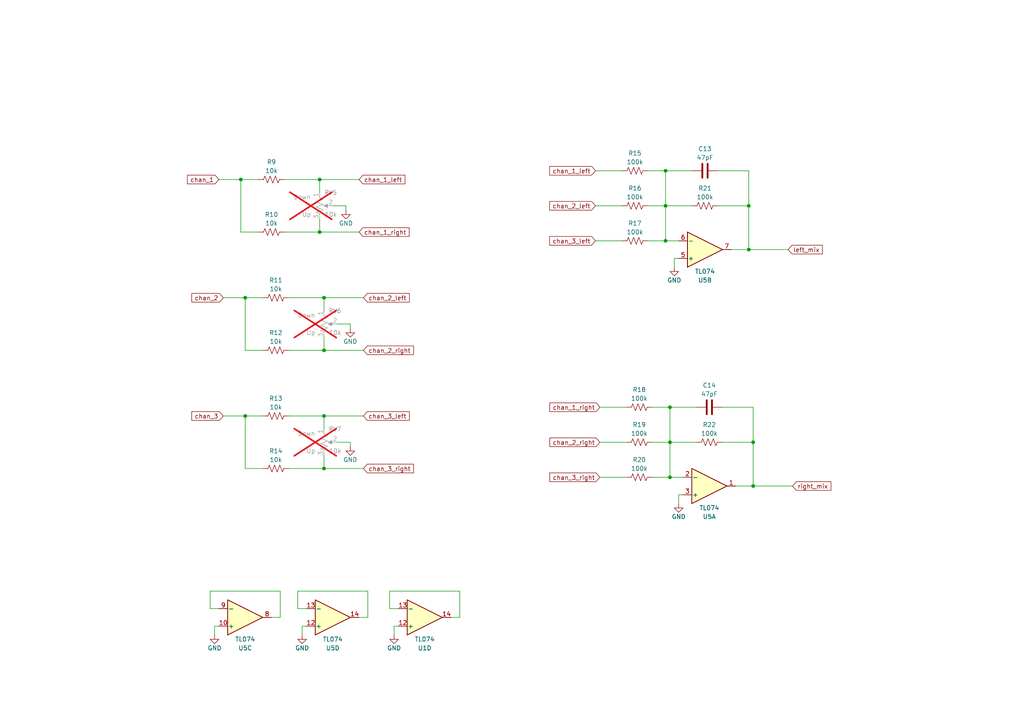
<source format=kicad_sch>
(kicad_sch (version 20231120) (generator "eeschema") (generator_version "8.0")
  (paper "A4")
  (title_block (title "Eurorack Output Mixer Module") (rev "0") (company "SVG Synthesis"))
  (lib_symbols
    (symbol "power:GND" (power) (pin_names (offset 0))
      (property "Value" "GND" (at 0 -3.81 0))
      (symbol "GND_0_1"
        (polyline (pts (xy 0 0) (xy 0 -1.27) (xy 1.27 -1.27) (xy 0 -2.54) (xy -1.27 -1.27) (xy 0 -1.27)))
      )
      (symbol "GND_1_1"
        (pin power_in line (at 0 0 270) (length 0) hide (name "GND") (number "1"))
      )
    )
    (symbol "synthesis:ALPHAPOT_10K" (pin_names (offset 1.016) hide)
      (property "Reference" "RV" (at 2.54 3.81 0))
      (property "Value" "10k" (at 2.54 -2.54 0))
      (symbol "ALPHAPOT_10K_0_1"
        (polyline (pts (xy 0 -2.286) (xy 0 -2.54)))
        (polyline (pts (xy 0 2.54) (xy 0 2.286)))
        (polyline (pts (xy 2.54 0) (xy 1.524 0)))
        (polyline (pts (xy 1.143 0) (xy 2.286 0.508) (xy 2.286 -0.508) (xy 1.143 0)) (fill (type outline)))
        (polyline (pts (xy 0 -0.762) (xy 1.016 -1.143) (xy 0 -1.524) (xy -1.016 -1.905) (xy 0 -2.286)))
        (polyline (pts (xy 0 0.762) (xy 1.016 0.381) (xy 0 0) (xy -1.016 -0.381) (xy 0 -0.762)))
        (polyline (pts (xy 0 2.286) (xy 1.016 1.905) (xy 0 1.524) (xy -1.016 1.143) (xy 0 0.762)))
      )
      (symbol "ALPHAPOT_10K_1_1"
        (text "Down" (at -5.08 2.54 0) (effects (font (size 1.27 1.27))))
        (text "Up" (at -3.81 -2.54 0) (effects (font (size 1.27 1.27))))
        (pin passive line (at 0 3.81 270) (length 1.27) (name "1") (number "1"))
        (pin passive line (at 3.81 0 180) (length 1.27) (name "2") (number "2"))
        (pin passive line (at 0 -3.81 90) (length 1.27) (name "3") (number "3"))
      )
    )
    (symbol "synthesis:CAP_47PF_0603_COG" (pin_numbers hide) (pin_names (offset 0.254))
      (property "Reference" "C" (at 0.635 2.54 0))
      (property "Value" "47pF" (at 0.635 -2.54 0))
      (symbol "CAP_47PF_0603_COG_0_1"
        (polyline (pts (xy -2.032 -0.762) (xy 2.032 -0.762)) (stroke (width 0.508)))
        (polyline (pts (xy -2.032 0.762) (xy 2.032 0.762)) (stroke (width 0.508)))
      )
      (symbol "CAP_47PF_0603_COG_1_1"
        (pin passive line (at 0 3.81 270) (length 2.794) (name "~") (number "1"))
        (pin passive line (at 0 -3.81 90) (length 2.794) (name "~") (number "2"))
      )
    )
    (symbol "synthesis:RES_100k_0603" (pin_numbers hide) (pin_names (offset 0))
      (property "Reference" "R" (at 2.54 0 90))
      (property "Value" "100k" (at -2.54 0 90))
      (symbol "RES_100k_0603_0_1"
        (polyline (pts (xy 0 -2.286) (xy 0 -2.54)))
        (polyline (pts (xy 0 2.286) (xy 0 2.54)))
        (polyline (pts (xy 0 -0.762) (xy 1.016 -1.143) (xy 0 -1.524) (xy -1.016 -1.905) (xy 0 -2.286)))
        (polyline (pts (xy 0 0.762) (xy 1.016 0.381) (xy 0 0) (xy -1.016 -0.381) (xy 0 -0.762)))
        (polyline (pts (xy 0 2.286) (xy 1.016 1.905) (xy 0 1.524) (xy -1.016 1.143) (xy 0 0.762)))
      )
      (symbol "RES_100k_0603_1_1"
        (pin passive line (at 0 3.81 270) (length 1.27) (name "~") (number "1"))
        (pin passive line (at 0 -3.81 90) (length 1.27) (name "~") (number "2"))
      )
    )
    (symbol "synthesis:RES_10K_0603" (pin_numbers hide) (pin_names (offset 0))
      (property "Reference" "R" (at 2.54 0 90))
      (property "Value" "10k" (at -2.54 0 90))
      (symbol "RES_10K_0603_0_1"
        (polyline (pts (xy 0 -2.286) (xy 0 -2.54)))
        (polyline (pts (xy 0 2.286) (xy 0 2.54)))
        (polyline (pts (xy 0 -0.762) (xy 1.016 -1.143) (xy 0 -1.524) (xy -1.016 -1.905) (xy 0 -2.286)))
        (polyline (pts (xy 0 0.762) (xy 1.016 0.381) (xy 0 0) (xy -1.016 -0.381) (xy 0 -0.762)))
        (polyline (pts (xy 0 2.286) (xy 1.016 1.905) (xy 0 1.524) (xy -1.016 1.143) (xy 0 0.762)))
      )
      (symbol "RES_10K_0603_1_1"
        (pin passive line (at 0 3.81 270) (length 1.27) (name "~") (number "1"))
        (pin passive line (at 0 -3.81 90) (length 1.27) (name "~") (number "2"))
      )
    )
    (symbol "synthesis:TL074" (pin_names (offset 0.127))
      (property "Reference" "U" (at 0 5.08 0))
      (property "Value" "TL074" (at 0 -5.08 0))
      (symbol "TL074_1_1"
        (polyline (pts (xy -5.08 5.08) (xy 5.08 0) (xy -5.08 -5.08) (xy -5.08 5.08)) (stroke (width 0.254)) (fill (type background)))
        (pin output line (at 7.62 0 180) (length 2.54) (name "~") (number "1"))
        (pin input line (at -7.62 -2.54 0) (length 2.54) (name "-") (number "2"))
        (pin input line (at -7.62 2.54 0) (length 2.54) (name "+") (number "3"))
      )
      (symbol "TL074_2_1"
        (polyline (pts (xy -5.08 5.08) (xy 5.08 0) (xy -5.08 -5.08) (xy -5.08 5.08)) (stroke (width 0.254)) (fill (type background)))
        (pin input line (at -7.62 2.54 0) (length 2.54) (name "+") (number "5"))
        (pin input line (at -7.62 -2.54 0) (length 2.54) (name "-") (number "6"))
        (pin output line (at 7.62 0 180) (length 2.54) (name "~") (number "7"))
      )
      (symbol "TL074_3_1"
        (polyline (pts (xy -5.08 5.08) (xy 5.08 0) (xy -5.08 -5.08) (xy -5.08 5.08)) (stroke (width 0.254)) (fill (type background)))
        (pin input line (at -7.62 2.54 0) (length 2.54) (name "+") (number "10"))
        (pin output line (at 7.62 0 180) (length 2.54) (name "~") (number "8"))
        (pin input line (at -7.62 -2.54 0) (length 2.54) (name "-") (number "9"))
      )
      (symbol "TL074_4_1"
        (polyline (pts (xy -5.08 5.08) (xy 5.08 0) (xy -5.08 -5.08) (xy -5.08 5.08)) (stroke (width 0.254)) (fill (type background)))
        (pin input line (at -7.62 2.54 0) (length 2.54) (name "+") (number "12"))
        (pin input line (at -7.62 -2.54 0) (length 2.54) (name "-") (number "13"))
        (pin output line (at 7.62 0 180) (length 2.54) (name "~") (number "14"))
      )
      (symbol "TL074_5_1"
        (pin power_in line (at -2.54 -7.62 90) (length 3.81) (name "V-") (number "11"))
        (pin power_in line (at -2.54 7.62 270) (length 3.81) (name "V+") (number "4"))
      )
    )
  )
  (junction (at 193.04 49.53))
  (junction (at 71.12 120.65))
  (junction (at 69.85 52.07))
  (junction (at 93.98 86.36))
  (junction (at 218.44 140.97))
  (junction (at 193.04 59.69))
  (junction (at 194.31 128.27))
  (junction (at 71.12 86.36))
  (junction (at 93.98 135.89))
  (junction (at 93.98 101.6))
  (junction (at 93.98 120.65))
  (junction (at 217.17 72.39))
  (junction (at 218.44 128.27))
  (junction (at 194.31 118.11))
  (junction (at 92.71 52.07))
  (junction (at 217.17 59.69))
  (junction (at 193.04 69.85))
  (junction (at 194.31 138.43))
  (junction (at 92.71 67.31))
  (wire (pts (xy 193.04 59.69) (xy 193.04 69.85)))
  (wire (pts (xy 92.71 52.07) (xy 92.71 55.88)))
  (wire (pts (xy 92.71 67.31) (xy 104.14 67.31)))
  (wire (pts (xy 113.03 176.53) (xy 113.03 171.45)))
  (wire (pts (xy 92.71 67.31) (xy 92.71 63.5)))
  (wire (pts (xy 200.66 49.53) (xy 193.04 49.53)))
  (wire (pts (xy 200.66 59.69) (xy 193.04 59.69)))
  (wire (pts (xy 97.79 128.27) (xy 101.6 128.27)))
  (wire (pts (xy 93.98 101.6) (xy 93.98 97.79)))
  (wire (pts (xy 97.79 93.98) (xy 101.6 93.98)))
  (wire (pts (xy 217.17 49.53) (xy 217.17 59.69)))
  (wire (pts (xy 218.44 140.97) (xy 229.87 140.97)))
  (wire (pts (xy 93.98 86.36) (xy 105.41 86.36)))
  (wire (pts (xy 76.2 135.89) (xy 71.12 135.89)))
  (wire (pts (xy 64.77 120.65) (xy 71.12 120.65)))
  (wire (pts (xy 173.99 128.27) (xy 181.61 128.27)))
  (wire (pts (xy 87.63 184.15) (xy 87.63 181.61)))
  (wire (pts (xy 217.17 72.39) (xy 228.6 72.39)))
  (wire (pts (xy 93.98 135.89) (xy 93.98 132.08)))
  (wire (pts (xy 193.04 69.85) (xy 196.85 69.85)))
  (wire (pts (xy 92.71 52.07) (xy 104.14 52.07)))
  (wire (pts (xy 189.23 118.11) (xy 194.31 118.11)))
  (wire (pts (xy 195.58 77.47) (xy 195.58 74.93)))
  (wire (pts (xy 88.9 176.53) (xy 86.36 176.53)))
  (wire (pts (xy 172.72 59.69) (xy 180.34 59.69)))
  (wire (pts (xy 76.2 101.6) (xy 71.12 101.6)))
  (wire (pts (xy 187.96 49.53) (xy 193.04 49.53)))
  (wire (pts (xy 195.58 74.93) (xy 196.85 74.93)))
  (wire (pts (xy 133.35 171.45) (xy 133.35 179.07)))
  (wire (pts (xy 218.44 118.11) (xy 218.44 128.27)))
  (wire (pts (xy 62.23 181.61) (xy 63.5 181.61)))
  (wire (pts (xy 69.85 52.07) (xy 74.93 52.07)))
  (wire (pts (xy 83.82 86.36) (xy 93.98 86.36)))
  (wire (pts (xy 71.12 120.65) (xy 76.2 120.65)))
  (wire (pts (xy 93.98 101.6) (xy 105.41 101.6)))
  (wire (pts (xy 172.72 49.53) (xy 180.34 49.53)))
  (wire (pts (xy 193.04 49.53) (xy 193.04 59.69)))
  (wire (pts (xy 173.99 118.11) (xy 181.61 118.11)))
  (wire (pts (xy 93.98 135.89) (xy 105.41 135.89)))
  (wire (pts (xy 63.5 176.53) (xy 60.96 176.53)))
  (wire (pts (xy 82.55 52.07) (xy 92.71 52.07)))
  (wire (pts (xy 189.23 138.43) (xy 194.31 138.43)))
  (wire (pts (xy 81.28 171.45) (xy 81.28 179.07)))
  (wire (pts (xy 187.96 59.69) (xy 193.04 59.69)))
  (wire (pts (xy 209.55 118.11) (xy 218.44 118.11)))
  (wire (pts (xy 82.55 67.31) (xy 92.71 67.31)))
  (wire (pts (xy 113.03 171.45) (xy 133.35 171.45)))
  (wire (pts (xy 86.36 171.45) (xy 106.68 171.45)))
  (wire (pts (xy 100.33 59.69) (xy 100.33 60.96)))
  (wire (pts (xy 93.98 86.36) (xy 93.98 90.17)))
  (wire (pts (xy 115.57 176.53) (xy 113.03 176.53)))
  (wire (pts (xy 212.09 72.39) (xy 217.17 72.39)))
  (wire (pts (xy 71.12 101.6) (xy 71.12 86.36)))
  (wire (pts (xy 101.6 93.98) (xy 101.6 95.25)))
  (wire (pts (xy 172.72 69.85) (xy 180.34 69.85)))
  (wire (pts (xy 60.96 171.45) (xy 81.28 171.45)))
  (wire (pts (xy 62.23 184.15) (xy 62.23 181.61)))
  (wire (pts (xy 63.5 52.07) (xy 69.85 52.07)))
  (wire (pts (xy 173.99 138.43) (xy 181.61 138.43)))
  (wire (pts (xy 130.81 179.07) (xy 133.35 179.07)))
  (wire (pts (xy 196.85 143.51) (xy 198.12 143.51)))
  (wire (pts (xy 60.96 176.53) (xy 60.96 171.45)))
  (wire (pts (xy 217.17 59.69) (xy 217.17 72.39)))
  (wire (pts (xy 93.98 120.65) (xy 105.41 120.65)))
  (wire (pts (xy 86.36 176.53) (xy 86.36 171.45)))
  (wire (pts (xy 209.55 128.27) (xy 218.44 128.27)))
  (wire (pts (xy 194.31 128.27) (xy 194.31 138.43)))
  (wire (pts (xy 196.85 146.05) (xy 196.85 143.51)))
  (wire (pts (xy 83.82 101.6) (xy 93.98 101.6)))
  (wire (pts (xy 83.82 120.65) (xy 93.98 120.65)))
  (wire (pts (xy 114.3 184.15) (xy 114.3 181.61)))
  (wire (pts (xy 64.77 86.36) (xy 71.12 86.36)))
  (wire (pts (xy 74.93 67.31) (xy 69.85 67.31)))
  (wire (pts (xy 101.6 128.27) (xy 101.6 129.54)))
  (wire (pts (xy 201.93 118.11) (xy 194.31 118.11)))
  (wire (pts (xy 69.85 67.31) (xy 69.85 52.07)))
  (wire (pts (xy 87.63 181.61) (xy 88.9 181.61)))
  (wire (pts (xy 96.52 59.69) (xy 100.33 59.69)))
  (wire (pts (xy 189.23 128.27) (xy 194.31 128.27)))
  (wire (pts (xy 208.28 49.53) (xy 217.17 49.53)))
  (wire (pts (xy 81.28 179.07) (xy 78.74 179.07)))
  (wire (pts (xy 83.82 135.89) (xy 93.98 135.89)))
  (wire (pts (xy 187.96 69.85) (xy 193.04 69.85)))
  (wire (pts (xy 194.31 138.43) (xy 198.12 138.43)))
  (wire (pts (xy 208.28 59.69) (xy 217.17 59.69)))
  (wire (pts (xy 104.14 179.07) (xy 106.68 179.07)))
  (wire (pts (xy 71.12 86.36) (xy 76.2 86.36)))
  (wire (pts (xy 213.36 140.97) (xy 218.44 140.97)))
  (wire (pts (xy 194.31 118.11) (xy 194.31 128.27)))
  (wire (pts (xy 218.44 128.27) (xy 218.44 140.97)))
  (wire (pts (xy 114.3 181.61) (xy 115.57 181.61)))
  (wire (pts (xy 93.98 120.65) (xy 93.98 124.46)))
  (wire (pts (xy 201.93 128.27) (xy 194.31 128.27)))
  (wire (pts (xy 71.12 135.89) (xy 71.12 120.65)))
  (wire (pts (xy 106.68 171.45) (xy 106.68 179.07)))
  (global_label "right_mix" (shape input) (at 229.87 140.97 0) (property "Intersheetrefs" "${INTERSHEET_REFS}" (effects (hide yes))))
  (global_label "chan_2_right" (shape input) (at 173.99 128.27 180) (property "Intersheetrefs" "${INTERSHEET_REFS}" (effects (hide yes))))
  (global_label "chan_2" (shape input) (at 64.77 86.36 180) (property "Intersheetrefs" "${INTERSHEET_REFS}" (effects (hide yes))))
  (global_label "chan_1_left" (shape input) (at 104.14 52.07 0) (property "Intersheetrefs" "${INTERSHEET_REFS}" (effects (hide yes))))
  (global_label "chan_1_right" (shape input) (at 104.14 67.31 0) (property "Intersheetrefs" "${INTERSHEET_REFS}" (effects (hide yes))))
  (global_label "chan_3_left" (shape input) (at 105.41 120.65 0) (property "Intersheetrefs" "${INTERSHEET_REFS}" (effects (hide yes))))
  (global_label "chan_2_left" (shape input) (at 105.41 86.36 0) (property "Intersheetrefs" "${INTERSHEET_REFS}" (effects (hide yes))))
  (global_label "chan_1_left" (shape input) (at 172.72 49.53 180) (property "Intersheetrefs" "${INTERSHEET_REFS}" (effects (hide yes))))
  (global_label "chan_2_right" (shape input) (at 105.41 101.6 0) (property "Intersheetrefs" "${INTERSHEET_REFS}" (effects (hide yes))))
  (global_label "chan_3" (shape input) (at 64.77 120.65 180) (property "Intersheetrefs" "${INTERSHEET_REFS}" (effects (hide yes))))
  (global_label "chan_3_right" (shape input) (at 105.41 135.89 0) (property "Intersheetrefs" "${INTERSHEET_REFS}" (effects (hide yes))))
  (global_label "chan_3_left" (shape input) (at 172.72 69.85 180) (property "Intersheetrefs" "${INTERSHEET_REFS}" (effects (hide yes))))
  (global_label "chan_2_left" (shape input) (at 172.72 59.69 180) (property "Intersheetrefs" "${INTERSHEET_REFS}" (effects (hide yes))))
  (global_label "chan_1_right" (shape input) (at 173.99 118.11 180) (property "Intersheetrefs" "${INTERSHEET_REFS}" (effects (hide yes))))
  (global_label "chan_1" (shape input) (at 63.5 52.07 180) (property "Intersheetrefs" "${INTERSHEET_REFS}" (effects (hide yes))))
  (global_label "chan_3_right" (shape input) (at 173.99 138.43 180) (property "Intersheetrefs" "${INTERSHEET_REFS}" (effects (hide yes))))
  (global_label "left_mix" (shape input) (at 228.6 72.39 0) (property "Intersheetrefs" "${INTERSHEET_REFS}" (effects (hide yes))))
  (symbol (lib_id "synthesis:RES_100k_0603") (at 185.42 128.27 90) (unit 1)
    (property "Reference" "R19" (at 185.42 123.19 90))
    (property "Value" "100k" (at 185.42 125.73 90))
    (property "Footprint" "Resistor_SMD:R_0603_1608Metric" (effects (hide yes)))
    (property "MFR" "RC0603FR-07100KL" (effects (hide yes)))
    (property "MPN" "RC0603FR-07100KL" (effects (hide yes)))
    (property "LCSC" "C14675" (effects (hide yes)))
  )
  (symbol (lib_id "synthesis:RES_100k_0603") (at 204.47 59.69 90) (unit 1)
    (property "Reference" "R21" (at 204.47 54.61 90))
    (property "Value" "100k" (at 204.47 57.15 90))
    (property "Footprint" "Resistor_SMD:R_0603_1608Metric" (effects (hide yes)))
    (property "MFR" "RC0603FR-07100KL" (effects (hide yes)))
    (property "MPN" "RC0603FR-07100KL" (effects (hide yes)))
    (property "LCSC" "C14675" (effects (hide yes)))
  )
  (symbol (lib_id "synthesis:TL074") (at 96.52 179.07 0) (mirror x) (unit 4)
    (property "Reference" "U5" (at 96.52 187.96 0))
    (property "Value" "TL074" (at 96.52 185.42 0))
    (property "Footprint" "Package_SO:TSSOP-14_4.4x5mm_P0.65mm" (effects (hide yes)))
    (property "Datasheet" "http://www.ti.com/lit/ds/symlink/lm2902-n.pdf" (effects (hide yes)))
    (property "MFR" "TI" (effects (hide yes)))
    (property "MPN" "TL074CPWR" (effects (hide yes)))
    (property "LCSC" "C96507" (effects (hide yes)))
  )
  (symbol (lib_id "power:GND") (at 101.6 95.25 0) (unit 1)
    (property "Reference" "#PWR024" (effects (hide yes)))
    (property "Value" "GND" (at 101.6 99.06 0))
  )
  (symbol (lib_id "synthesis:ALPHAPOT_10K") (at 93.98 93.98 0) (unit 1) (dnp yes)
    (property "Reference" "RV6" (at 99.06 90.17 0) (effects (justify right)))
    (property "Value" "10k" (at 99.06 96.52 0) (effects (justify right)))
    (property "Footprint" "Potentiometer_THT:Potentiometer_Alpha_RD901F-40-00D_Single_Vertical" (effects (hide yes)))
    (property "MFR" "ALPHA" (effects (hide yes)))
    (property "MPN" "RD901F-40-00D" (effects (hide yes)))
  )
  (symbol (lib_id "synthesis:RES_10K_0603") (at 80.01 86.36 90) (unit 1)
    (property "Reference" "R11" (at 80.01 81.28 90))
    (property "Value" "10k" (at 80.01 83.82 90))
    (property "Footprint" "Resistor_SMD:R_0603_1608Metric" (effects (hide yes)))
    (property "MFR" "YAGEO" (effects (hide yes)))
    (property "MPN" "RC0603FR-0710KL" (effects (hide yes)))
    (property "LCSC" "C98220" (effects (hide yes)))
  )
  (symbol (lib_id "power:GND") (at 114.3 184.15 0) (unit 1)
    (property "Reference" "#PWR075" (effects (hide yes)))
    (property "Value" "GND" (at 114.3 187.96 0))
  )
  (symbol (lib_id "synthesis:TL074") (at 71.12 179.07 0) (mirror x) (unit 3)
    (property "Reference" "U5" (at 71.12 187.96 0))
    (property "Value" "TL074" (at 71.12 185.42 0))
    (property "Footprint" "Package_SO:TSSOP-14_4.4x5mm_P0.65mm" (effects (hide yes)))
    (property "Datasheet" "http://www.ti.com/lit/ds/symlink/lm2902-n.pdf" (effects (hide yes)))
    (property "MFR" "TI" (effects (hide yes)))
    (property "MPN" "TL074CPWR" (effects (hide yes)))
    (property "LCSC" "C96507" (effects (hide yes)))
  )
  (symbol (lib_id "synthesis:RES_10K_0603") (at 78.74 52.07 90) (unit 1)
    (property "Reference" "R9" (at 78.74 46.99 90))
    (property "Value" "10k" (at 78.74 49.53 90))
    (property "Footprint" "Resistor_SMD:R_0603_1608Metric" (effects (hide yes)))
    (property "MFR" "YAGEO" (effects (hide yes)))
    (property "MPN" "RC0603FR-0710KL" (effects (hide yes)))
    (property "LCSC" "C98220" (effects (hide yes)))
  )
  (symbol (lib_id "synthesis:CAP_47PF_0603_COG") (at 204.47 49.53 90) (unit 1)
    (property "Reference" "C13" (at 204.47 43.18 90))
    (property "Value" "47pF" (at 204.47 45.72 90))
    (property "Footprint" "Capacitor_SMD:C_0603_1608Metric" (effects (hide yes)))
    (property "MFR" "YAGEO" (effects (hide yes)))
    (property "MPN" "CC0603JRNPO9BN470" (effects (hide yes)))
    (property "LCSC" "C105622" (effects (hide yes)))
  )
  (symbol (lib_id "synthesis:RES_100k_0603") (at 184.15 49.53 90) (unit 1)
    (property "Reference" "R15" (at 184.15 44.45 90))
    (property "Value" "100k" (at 184.15 46.99 90))
    (property "Footprint" "Resistor_SMD:R_0603_1608Metric" (effects (hide yes)))
    (property "MFR" "RC0603FR-07100KL" (effects (hide yes)))
    (property "MPN" "RC0603FR-07100KL" (effects (hide yes)))
    (property "LCSC" "C14675" (effects (hide yes)))
  )
  (symbol (lib_id "synthesis:RES_100k_0603") (at 185.42 138.43 90) (unit 1)
    (property "Reference" "R20" (at 185.42 133.35 90))
    (property "Value" "100k" (at 185.42 135.89 90))
    (property "Footprint" "Resistor_SMD:R_0603_1608Metric" (effects (hide yes)))
    (property "MFR" "RC0603FR-07100KL" (effects (hide yes)))
    (property "MPN" "RC0603FR-07100KL" (effects (hide yes)))
    (property "LCSC" "C14675" (effects (hide yes)))
  )
  (symbol (lib_id "power:GND") (at 101.6 129.54 0) (unit 1)
    (property "Reference" "#PWR025" (effects (hide yes)))
    (property "Value" "GND" (at 101.6 133.35 0))
  )
  (symbol (lib_id "synthesis:RES_10K_0603") (at 80.01 135.89 90) (unit 1)
    (property "Reference" "R14" (at 80.01 130.81 90))
    (property "Value" "10k" (at 80.01 133.35 90))
    (property "Footprint" "Resistor_SMD:R_0603_1608Metric" (effects (hide yes)))
    (property "MFR" "YAGEO" (effects (hide yes)))
    (property "MPN" "RC0603FR-0710KL" (effects (hide yes)))
    (property "LCSC" "C98220" (effects (hide yes)))
  )
  (symbol (lib_id "synthesis:RES_100k_0603") (at 184.15 69.85 90) (unit 1)
    (property "Reference" "R17" (at 184.15 64.77 90))
    (property "Value" "100k" (at 184.15 67.31 90))
    (property "Footprint" "Resistor_SMD:R_0603_1608Metric" (effects (hide yes)))
    (property "MFR" "RC0603FR-07100KL" (effects (hide yes)))
    (property "MPN" "RC0603FR-07100KL" (effects (hide yes)))
    (property "LCSC" "C14675" (effects (hide yes)))
  )
  (symbol (lib_id "synthesis:RES_100k_0603") (at 184.15 59.69 90) (unit 1)
    (property "Reference" "R16" (at 184.15 54.61 90))
    (property "Value" "100k" (at 184.15 57.15 90))
    (property "Footprint" "Resistor_SMD:R_0603_1608Metric" (effects (hide yes)))
    (property "MFR" "RC0603FR-07100KL" (effects (hide yes)))
    (property "MPN" "RC0603FR-07100KL" (effects (hide yes)))
    (property "LCSC" "C14675" (effects (hide yes)))
  )
  (symbol (lib_id "power:GND") (at 195.58 77.47 0) (unit 1)
    (property "Reference" "#PWR026" (effects (hide yes)))
    (property "Value" "GND" (at 195.58 81.28 0))
  )
  (symbol (lib_id "synthesis:CAP_47PF_0603_COG") (at 205.74 118.11 90) (unit 1)
    (property "Reference" "C14" (at 205.74 111.76 90))
    (property "Value" "47pF" (at 205.74 114.3 90))
    (property "Footprint" "Capacitor_SMD:C_0603_1608Metric" (effects (hide yes)))
    (property "MFR" "YAGEO" (effects (hide yes)))
    (property "MPN" "CC0603JRNPO9BN470" (effects (hide yes)))
    (property "LCSC" "C105622" (effects (hide yes)))
  )
  (symbol (lib_id "synthesis:RES_100k_0603") (at 185.42 118.11 90) (unit 1)
    (property "Reference" "R18" (at 185.42 113.03 90))
    (property "Value" "100k" (at 185.42 115.57 90))
    (property "Footprint" "Resistor_SMD:R_0603_1608Metric" (effects (hide yes)))
    (property "MFR" "RC0603FR-07100KL" (effects (hide yes)))
    (property "MPN" "RC0603FR-07100KL" (effects (hide yes)))
    (property "LCSC" "C14675" (effects (hide yes)))
  )
  (symbol (lib_id "synthesis:RES_10K_0603") (at 80.01 101.6 90) (unit 1)
    (property "Reference" "R12" (at 80.01 96.52 90))
    (property "Value" "10k" (at 80.01 99.06 90))
    (property "Footprint" "Resistor_SMD:R_0603_1608Metric" (effects (hide yes)))
    (property "MFR" "YAGEO" (effects (hide yes)))
    (property "MPN" "RC0603FR-0710KL" (effects (hide yes)))
    (property "LCSC" "C98220" (effects (hide yes)))
  )
  (symbol (lib_id "synthesis:RES_10K_0603") (at 80.01 120.65 90) (unit 1)
    (property "Reference" "R13" (at 80.01 115.57 90))
    (property "Value" "10k" (at 80.01 118.11 90))
    (property "Footprint" "Resistor_SMD:R_0603_1608Metric" (effects (hide yes)))
    (property "MFR" "YAGEO" (effects (hide yes)))
    (property "MPN" "RC0603FR-0710KL" (effects (hide yes)))
    (property "LCSC" "C98220" (effects (hide yes)))
  )
  (symbol (lib_id "synthesis:TL074") (at 123.19 179.07 0) (mirror x) (unit 4)
    (property "Reference" "U1" (at 123.19 187.96 0))
    (property "Value" "TL074" (at 123.19 185.42 0))
    (property "Footprint" "Package_SO:TSSOP-14_4.4x5mm_P0.65mm" (effects (hide yes)))
    (property "Datasheet" "http://www.ti.com/lit/ds/symlink/lm2902-n.pdf" (effects (hide yes)))
    (property "MFR" "TI" (effects (hide yes)))
    (property "MPN" "TL074CPWR" (effects (hide yes)))
    (property "LCSC" "C96507" (effects (hide yes)))
  )
  (symbol (lib_id "synthesis:RES_100k_0603") (at 205.74 128.27 90) (unit 1)
    (property "Reference" "R22" (at 205.74 123.19 90))
    (property "Value" "100k" (at 205.74 125.73 90))
    (property "Footprint" "Resistor_SMD:R_0603_1608Metric" (effects (hide yes)))
    (property "MFR" "RC0603FR-07100KL" (effects (hide yes)))
    (property "MPN" "RC0603FR-07100KL" (effects (hide yes)))
    (property "LCSC" "C14675" (effects (hide yes)))
  )
  (symbol (lib_id "power:GND") (at 196.85 146.05 0) (unit 1)
    (property "Reference" "#PWR027" (effects (hide yes)))
    (property "Value" "GND" (at 196.85 149.86 0))
  )
  (symbol (lib_id "synthesis:ALPHAPOT_10K") (at 93.98 128.27 0) (unit 1) (dnp yes)
    (property "Reference" "RV7" (at 99.06 124.46 0) (effects (justify right)))
    (property "Value" "10k" (at 99.06 130.81 0) (effects (justify right)))
    (property "Footprint" "Potentiometer_THT:Potentiometer_Alpha_RD901F-40-00D_Single_Vertical" (effects (hide yes)))
    (property "MFR" "ALPHA" (effects (hide yes)))
    (property "MPN" "RD901F-40-00D" (effects (hide yes)))
  )
  (symbol (lib_id "synthesis:TL074") (at 204.47 72.39 0) (mirror x) (unit 2)
    (property "Reference" "U5" (at 204.47 81.28 0))
    (property "Value" "TL074" (at 204.47 78.74 0))
    (property "Footprint" "Package_SO:TSSOP-14_4.4x5mm_P0.65mm" (effects (hide yes)))
    (property "Datasheet" "http://www.ti.com/lit/ds/symlink/lm2902-n.pdf" (effects (hide yes)))
    (property "MFR" "TI" (effects (hide yes)))
    (property "MPN" "TL074CPWR" (effects (hide yes)))
    (property "LCSC" "C96507" (effects (hide yes)))
  )
  (symbol (lib_id "synthesis:ALPHAPOT_10K") (at 92.71 59.69 0) (unit 1) (dnp yes)
    (property "Reference" "RV5" (at 97.79 55.88 0) (effects (justify right)))
    (property "Value" "10k" (at 97.79 62.23 0) (effects (justify right)))
    (property "Footprint" "Potentiometer_THT:Potentiometer_Alpha_RD901F-40-00D_Single_Vertical" (effects (hide yes)))
    (property "MFR" "ALPHA" (effects (hide yes)))
    (property "MPN" "RD901F-40-00D" (effects (hide yes)))
  )
  (symbol (lib_id "power:GND") (at 62.23 184.15 0) (unit 1)
    (property "Reference" "#PWR077" (effects (hide yes)))
    (property "Value" "GND" (at 62.23 187.96 0))
  )
  (symbol (lib_id "power:GND") (at 100.33 60.96 0) (unit 1)
    (property "Reference" "#PWR023" (effects (hide yes)))
    (property "Value" "GND" (at 100.33 64.77 0))
  )
  (symbol (lib_id "synthesis:RES_10K_0603") (at 78.74 67.31 90) (unit 1)
    (property "Reference" "R10" (at 78.74 62.23 90))
    (property "Value" "10k" (at 78.74 64.77 90))
    (property "Footprint" "Resistor_SMD:R_0603_1608Metric" (effects (hide yes)))
    (property "MFR" "YAGEO" (effects (hide yes)))
    (property "MPN" "RC0603FR-0710KL" (effects (hide yes)))
    (property "LCSC" "C98220" (effects (hide yes)))
  )
  (symbol (lib_id "power:GND") (at 87.63 184.15 0) (unit 1)
    (property "Reference" "#PWR076" (effects (hide yes)))
    (property "Value" "GND" (at 87.63 187.96 0))
  )
  (symbol (lib_id "synthesis:TL074") (at 205.74 140.97 0) (mirror x) (unit 1)
    (property "Reference" "U5" (at 205.74 149.86 0))
    (property "Value" "TL074" (at 205.74 147.32 0))
    (property "Footprint" "Package_SO:TSSOP-14_4.4x5mm_P0.65mm" (effects (hide yes)))
    (property "Datasheet" "http://www.ti.com/lit/ds/symlink/lm2902-n.pdf" (effects (hide yes)))
    (property "MFR" "TI" (effects (hide yes)))
    (property "MPN" "TL074CPWR" (effects (hide yes)))
    (property "LCSC" "C96507" (effects (hide yes)))
  )
)
</source>
